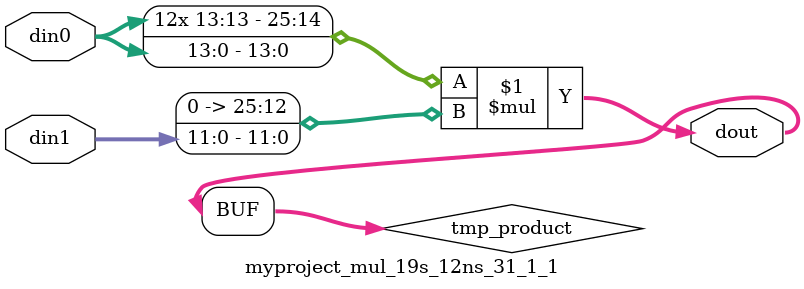
<source format=v>

`timescale 1 ns / 1 ps

  module myproject_mul_19s_12ns_31_1_1(din0, din1, dout);
parameter ID = 1;
parameter NUM_STAGE = 0;
parameter din0_WIDTH = 14;
parameter din1_WIDTH = 12;
parameter dout_WIDTH = 26;

input [din0_WIDTH - 1 : 0] din0; 
input [din1_WIDTH - 1 : 0] din1; 
output [dout_WIDTH - 1 : 0] dout;

wire signed [dout_WIDTH - 1 : 0] tmp_product;












assign tmp_product = $signed(din0) * $signed({1'b0, din1});









assign dout = tmp_product;







endmodule

</source>
